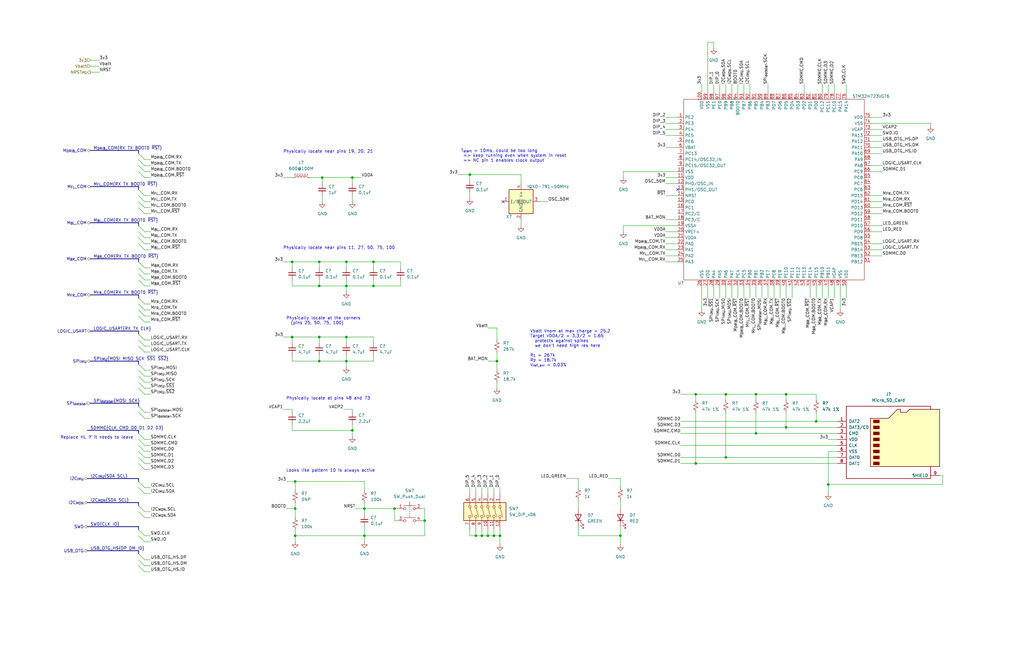
<source format=kicad_sch>
(kicad_sch (version 20210621) (generator eeschema)
  (paper "B")
  (lib_symbols
    (symbol "Connector:Micro_SD_Card" (pin_names (offset 1.016))
      (property "Reference" "J" (at -16.51 15.24 0))
      (property "Value" "Micro_SD_Card" (at 16.51 15.24 0))
      (symbol "Micro_SD_Card_1_1"
        (pin bidirectional line (at -22.86 7.62 0) (length 3.81) (name "DAT2") (number "1"))
        (pin bidirectional line (at -22.86 5.08 0) (length 3.81) (name "DAT3/CD") (number "2"))
        (pin input line (at -22.86 2.54 0) (length 3.81) (name "CMD") (number "3"))
        (pin power_in line (at -22.86 0 0) (length 3.81) (name "VDD") (number "4"))
        (pin input line (at -22.86 -2.54 0) (length 3.81) (name "CLK") (number "5"))
        (pin power_in line (at -22.86 -5.08 0) (length 3.81) (name "VSS") (number "6"))
        (pin bidirectional line (at -22.86 -7.62 0) (length 3.81) (name "DAT0") (number "7"))
        (pin bidirectional line (at -22.86 -10.16 0) (length 3.81) (name "DAT1") (number "8"))
        (pin passive line (at 20.32 -15.24 180) (length 3.81) (name "SHIELD") (number "9"))
      )
    )
    (symbol "Device:C_Small" (pin_numbers hide) (pin_names (offset 0.254) hide)
      (property "Reference" "C" (at 0.254 1.778 0))
      (property "Value" "C_Small" (at 0.254 -2.032 0))
      (symbol "C_Small_1_1"
        (pin passive line (at 0 2.54 270) (length 2.032) (name "~") (number "1"))
        (pin passive line (at 0 -2.54 90) (length 2.032) (name "~") (number "2"))
      )
    )
    (symbol "Device:LED" (pin_numbers hide) (pin_names (offset 1.016) hide)
      (property "Reference" "D" (at 0 2.54 0))
      (property "Value" "LED" (at 0 -2.54 0))
      (symbol "LED_1_1"
        (pin passive line (at -3.81 0 0) (length 2.54) (name "K") (number "1"))
        (pin passive line (at 3.81 0 180) (length 2.54) (name "A") (number "2"))
      )
    )
    (symbol "Device:L_Ferrite" (pin_numbers hide) (pin_names (offset 1.016) hide)
      (property "Reference" "L" (at -1.27 0 90))
      (property "Value" "L_Ferrite" (at 2.794 0 90))
      (symbol "L_Ferrite_1_1"
        (pin passive line (at 0 3.81 270) (length 1.27) (name "1") (number "1"))
        (pin passive line (at 0 -3.81 90) (length 1.27) (name "2") (number "2"))
      )
    )
    (symbol "Device:R_Small_US" (pin_numbers hide) (pin_names (offset 0.254) hide)
      (property "Reference" "R" (at 0.762 0.508 0))
      (property "Value" "R_Small_US" (at 0.762 -1.016 0))
      (symbol "R_Small_US_1_1"
        (pin passive line (at 0 2.54 270) (length 1.016) (name "~") (number "1"))
        (pin passive line (at 0 -2.54 90) (length 1.016) (name "~") (number "2"))
      )
    )
    (symbol "Switch:SW_DIP_x06" (pin_names (offset 0) hide)
      (property "Reference" "SW" (at 0 11.43 0))
      (property "Value" "SW_DIP_x06" (at 0 -8.89 0))
      (symbol "SW_DIP_x06_1_1"
        (pin passive line (at -7.62 7.62 0) (length 5.08) (name "~") (number "1"))
        (pin passive line (at 7.62 2.54 180) (length 5.08) (name "~") (number "10"))
        (pin passive line (at 7.62 5.08 180) (length 5.08) (name "~") (number "11"))
        (pin passive line (at 7.62 7.62 180) (length 5.08) (name "~") (number "12"))
        (pin passive line (at -7.62 5.08 0) (length 5.08) (name "~") (number "2"))
        (pin passive line (at -7.62 2.54 0) (length 5.08) (name "~") (number "3"))
        (pin passive line (at -7.62 0 0) (length 5.08) (name "~") (number "4"))
        (pin passive line (at -7.62 -2.54 0) (length 5.08) (name "~") (number "5"))
        (pin passive line (at -7.62 -5.08 0) (length 5.08) (name "~") (number "6"))
        (pin passive line (at 7.62 -5.08 180) (length 5.08) (name "~") (number "7"))
        (pin passive line (at 7.62 -2.54 180) (length 5.08) (name "~") (number "8"))
        (pin passive line (at 7.62 0 180) (length 5.08) (name "~") (number "9"))
      )
    )
    (symbol "Switch:SW_Push_Dual" (pin_names (offset 1.016) hide)
      (property "Reference" "SW" (at 1.27 2.54 0))
      (property "Value" "SW_Push_Dual" (at 0 -6.858 0))
      (symbol "SW_Push_Dual_0_1"
        (pin passive line (at -5.08 0 0) (length 2.54) (name "1") (number "1"))
        (pin passive line (at 5.08 0 180) (length 2.54) (name "2") (number "2"))
        (pin passive line (at -5.08 -5.08 0) (length 2.54) (name "3") (number "3"))
        (pin passive line (at 5.08 -5.08 180) (length 2.54) (name "4") (number "4"))
      )
    )
    (symbol "power:GND" (power) (pin_names (offset 0))
      (property "Value" "GND" (at 0 -3.81 0))
      (symbol "GND_1_1"
        (pin power_in line (at 0 0 270) (length 0) hide (name "GND") (number "1"))
      )
    )
    (symbol "st_microcontrollers:STM32H723VGT6"
      (property "Reference" "U" (at -38.1 -39.37 0))
      (property "Value" "STM32H723VGT6" (at 40.64 39.37 0))
      (symbol "STM32H723VGT6_1_1"
        (pin bidirectional line (at -40.64 30.48 0) (length 2.54) (name "PE2") (number "1"))
        (pin power_in line (at -40.64 7.62 0) (length 2.54) (name "VSS") (number "10"))
        (pin power_in line (at -30.48 40.64 270) (length 2.54) (name "VDD") (number "100"))
        (pin power_in line (at -40.64 5.08 0) (length 2.54) (name "VDD") (number "11"))
        (pin bidirectional line (at -40.64 2.54 0) (length 2.54) (name "PH0/OSC_IN") (number "12"))
        (pin bidirectional line (at -40.64 0 0) (length 2.54) (name "PH1/OSC_OUT") (number "13"))
        (pin input line (at -40.64 -2.54 0) (length 2.54) (name "NRST") (number "14"))
        (pin bidirectional line (at -40.64 -5.08 0) (length 2.54) (name "PC0") (number "15"))
        (pin bidirectional line (at -40.64 -7.62 0) (length 2.54) (name "PC1") (number "16"))
        (pin bidirectional line (at -40.64 -10.16 0) (length 2.54) (name "PC2/C") (number "17"))
        (pin bidirectional line (at -40.64 -12.7 0) (length 2.54) (name "PC3/C") (number "18"))
        (pin power_in line (at -40.64 -15.24 0) (length 2.54) (name "VSSA") (number "19"))
        (pin bidirectional line (at -40.64 27.94 0) (length 2.54) (name "PE3") (number "2"))
        (pin power_in line (at -40.64 -17.78 0) (length 2.54) (name "VREF+") (number "20"))
        (pin power_in line (at -40.64 -20.32 0) (length 2.54) (name "VDDA") (number "21"))
        (pin bidirectional line (at -40.64 -22.86 0) (length 2.54) (name "PA0") (number "22"))
        (pin bidirectional line (at -40.64 -25.4 0) (length 2.54) (name "PA1") (number "23"))
        (pin bidirectional line (at -40.64 -27.94 0) (length 2.54) (name "PA2") (number "24"))
        (pin bidirectional line (at -40.64 -30.48 0) (length 2.54) (name "PA3") (number "25"))
        (pin power_in line (at -30.48 -40.64 90) (length 2.54) (name "VSS") (number "26"))
        (pin power_in line (at -27.94 -40.64 90) (length 2.54) (name "VDD") (number "27"))
        (pin bidirectional line (at -25.4 -40.64 90) (length 2.54) (name "PA4") (number "28"))
        (pin bidirectional line (at -22.86 -40.64 90) (length 2.54) (name "PA5") (number "29"))
        (pin bidirectional line (at -40.64 25.4 0) (length 2.54) (name "PE4") (number "3"))
        (pin bidirectional line (at -20.32 -40.64 90) (length 2.54) (name "PA6") (number "30"))
        (pin bidirectional line (at -17.78 -40.64 90) (length 2.54) (name "PA7") (number "31"))
        (pin bidirectional line (at -15.24 -40.64 90) (length 2.54) (name "PC4") (number "32"))
        (pin bidirectional line (at -12.7 -40.64 90) (length 2.54) (name "PC5") (number "33"))
        (pin bidirectional line (at -10.16 -40.64 90) (length 2.54) (name "PB0") (number "34"))
        (pin bidirectional line (at -7.62 -40.64 90) (length 2.54) (name "PB1") (number "35"))
        (pin bidirectional line (at -5.08 -40.64 90) (length 2.54) (name "PB2") (number "36"))
        (pin bidirectional line (at -2.54 -40.64 90) (length 2.54) (name "PE7") (number "37"))
        (pin bidirectional line (at 0 -40.64 90) (length 2.54) (name "PE8") (number "38"))
        (pin bidirectional line (at 2.54 -40.64 90) (length 2.54) (name "PE9") (number "39"))
        (pin bidirectional line (at -40.64 22.86 0) (length 2.54) (name "PE5") (number "4"))
        (pin bidirectional line (at 5.08 -40.64 90) (length 2.54) (name "PE10") (number "40"))
        (pin bidirectional line (at 7.62 -40.64 90) (length 2.54) (name "PE11") (number "41"))
        (pin bidirectional line (at 10.16 -40.64 90) (length 2.54) (name "PE12") (number "42"))
        (pin bidirectional line (at 12.7 -40.64 90) (length 2.54) (name "PE13") (number "43"))
        (pin bidirectional line (at 15.24 -40.64 90) (length 2.54) (name "PE14") (number "44"))
        (pin bidirectional line (at 17.78 -40.64 90) (length 2.54) (name "PE15") (number "45"))
        (pin bidirectional line (at 20.32 -40.64 90) (length 2.54) (name "PB10") (number "46"))
        (pin bidirectional line (at 22.86 -40.64 90) (length 2.54) (name "PB11") (number "47"))
        (pin power_in line (at 25.4 -40.64 90) (length 2.54) (name "VCAP") (number "48"))
        (pin power_in line (at 27.94 -40.64 90) (length 2.54) (name "VSS") (number "49"))
        (pin bidirectional line (at -40.64 20.32 0) (length 2.54) (name "PE6") (number "5"))
        (pin power_in line (at 30.48 -40.64 90) (length 2.54) (name "VDD") (number "50"))
        (pin bidirectional line (at 40.64 -30.48 180) (length 2.54) (name "PB12") (number "51"))
        (pin bidirectional line (at 40.64 -27.94 180) (length 2.54) (name "PB13") (number "52"))
        (pin bidirectional line (at 40.64 -25.4 180) (length 2.54) (name "PB14") (number "53"))
        (pin bidirectional line (at 40.64 -22.86 180) (length 2.54) (name "PB15") (number "54"))
        (pin bidirectional line (at 40.64 -20.32 180) (length 2.54) (name "PD8") (number "55"))
        (pin bidirectional line (at 40.64 -17.78 180) (length 2.54) (name "PD9") (number "56"))
        (pin bidirectional line (at 40.64 -15.24 180) (length 2.54) (name "PD10") (number "57"))
        (pin bidirectional line (at 40.64 -12.7 180) (length 2.54) (name "PD11") (number "58"))
        (pin bidirectional line (at 40.64 -10.16 180) (length 2.54) (name "PD12") (number "59"))
        (pin power_in line (at -40.64 17.78 0) (length 2.54) (name "VBAT") (number "6"))
        (pin bidirectional line (at 40.64 -7.62 180) (length 2.54) (name "PD13") (number "60"))
        (pin bidirectional line (at 40.64 -5.08 180) (length 2.54) (name "PD14") (number "61"))
        (pin bidirectional line (at 40.64 -2.54 180) (length 2.54) (name "PD15") (number "62"))
        (pin bidirectional line (at 40.64 0 180) (length 2.54) (name "PC6") (number "63"))
        (pin bidirectional line (at 40.64 2.54 180) (length 2.54) (name "PC7") (number "64"))
        (pin bidirectional line (at 40.64 5.08 180) (length 2.54) (name "PC8") (number "65"))
        (pin bidirectional line (at 40.64 7.62 180) (length 2.54) (name "PC9") (number "66"))
        (pin bidirectional line (at 40.64 10.16 180) (length 2.54) (name "PA8") (number "67"))
        (pin bidirectional line (at 40.64 12.7 180) (length 2.54) (name "PA9") (number "68"))
        (pin bidirectional line (at 40.64 15.24 180) (length 2.54) (name "PA10") (number "69"))
        (pin bidirectional line (at -40.64 15.24 0) (length 2.54) (name "PC13") (number "7"))
        (pin bidirectional line (at 40.64 17.78 180) (length 2.54) (name "PA11") (number "70"))
        (pin bidirectional line (at 40.64 20.32 180) (length 2.54) (name "PA12") (number "71"))
        (pin bidirectional line (at 40.64 22.86 180) (length 2.54) (name "PA13") (number "72"))
        (pin power_in line (at 40.64 25.4 180) (length 2.54) (name "VCAP") (number "73"))
        (pin power_in line (at 40.64 27.94 180) (length 2.54) (name "VSS") (number "74"))
        (pin power_in line (at 40.64 30.48 180) (length 2.54) (name "VDD") (number "75"))
        (pin bidirectional line (at 30.48 40.64 270) (length 2.54) (name "PA14") (number "76"))
        (pin bidirectional line (at 27.94 40.64 270) (length 2.54) (name "PA15") (number "77"))
        (pin bidirectional line (at 25.4 40.64 270) (length 2.54) (name "PC10") (number "78"))
        (pin bidirectional line (at 22.86 40.64 270) (length 2.54) (name "PC11") (number "79"))
        (pin bidirectional line (at -40.64 12.7 0) (length 2.54) (name "PC14/OSC32_IN") (number "8"))
        (pin bidirectional line (at 20.32 40.64 270) (length 2.54) (name "PC12") (number "80"))
        (pin bidirectional line (at 17.78 40.64 270) (length 2.54) (name "PD0") (number "81"))
        (pin bidirectional line (at 15.24 40.64 270) (length 2.54) (name "PD1") (number "82"))
        (pin bidirectional line (at 12.7 40.64 270) (length 2.54) (name "PD2") (number "83"))
        (pin bidirectional line (at 10.16 40.64 270) (length 2.54) (name "PD3") (number "84"))
        (pin bidirectional line (at 7.62 40.64 270) (length 2.54) (name "PD4") (number "85"))
        (pin bidirectional line (at 5.08 40.64 270) (length 2.54) (name "PD5") (number "86"))
        (pin bidirectional line (at 2.54 40.64 270) (length 2.54) (name "PD6") (number "87"))
        (pin bidirectional line (at 0 40.64 270) (length 2.54) (name "PD7") (number "88"))
        (pin bidirectional line (at -2.54 40.64 270) (length 2.54) (name "PB3") (number "89"))
        (pin bidirectional line (at -40.64 10.16 0) (length 2.54) (name "PC15/OSC32_OUT") (number "9"))
        (pin bidirectional line (at -5.08 40.64 270) (length 2.54) (name "PB4") (number "90"))
        (pin bidirectional line (at -7.62 40.64 270) (length 2.54) (name "PB5") (number "91"))
        (pin bidirectional line (at -10.16 40.64 270) (length 2.54) (name "PB6") (number "92"))
        (pin bidirectional line (at -12.7 40.64 270) (length 2.54) (name "PB7") (number "93"))
        (pin input line (at -15.24 40.64 270) (length 2.54) (name "BOOT0") (number "94"))
        (pin bidirectional line (at -17.78 40.64 270) (length 2.54) (name "PB8") (number "95"))
        (pin bidirectional line (at -20.32 40.64 270) (length 2.54) (name "PB9") (number "96"))
        (pin bidirectional line (at -22.86 40.64 270) (length 2.54) (name "PE0") (number "97"))
        (pin bidirectional line (at -25.4 40.64 270) (length 2.54) (name "PE1") (number "98"))
        (pin power_in line (at -27.94 40.64 270) (length 2.54) (name "VSS") (number "99"))
      )
    )
    (symbol "wurth_elektronik:IQXO-791"
      (property "Reference" "X" (at -5.08 -6.35 0))
      (property "Value" "IQXO-791" (at 6.35 6.35 0))
      (symbol "IQXO-791_1_1"
        (pin input line (at -7.62 0 0) (length 2.54) (name "E/B") (number "1"))
        (pin power_in line (at 0 -7.62 90) (length 2.54) (name "GND") (number "2"))
        (pin output line (at 7.62 0 180) (length 2.54) (name "OUT") (number "3"))
        (pin power_in line (at 0 7.62 270) (length 2.54) (name "V+") (number "4"))
      )
    )
  )
  (junction (at 123.19 110.49) (diameter 0.9144))
  (junction (at 123.19 142.24) (diameter 0.9144))
  (junction (at 124.46 203.2) (diameter 0.9144))
  (junction (at 124.46 214.63) (diameter 0.9144))
  (junction (at 124.46 226.06) (diameter 0.9144))
  (junction (at 134.62 110.49) (diameter 0.9144))
  (junction (at 134.62 120.65) (diameter 0.9144))
  (junction (at 134.62 142.24) (diameter 0.9144))
  (junction (at 134.62 152.4) (diameter 0.9144))
  (junction (at 135.89 74.93) (diameter 0.9144))
  (junction (at 146.05 110.49) (diameter 0.9144))
  (junction (at 146.05 120.65) (diameter 0.9144))
  (junction (at 146.05 142.24) (diameter 0.9144))
  (junction (at 146.05 152.4) (diameter 0.9144))
  (junction (at 148.59 74.93) (diameter 0.9144))
  (junction (at 148.59 181.61) (diameter 0.9144))
  (junction (at 153.67 214.63) (diameter 0.9144))
  (junction (at 153.67 226.06) (diameter 0.9144))
  (junction (at 157.48 110.49) (diameter 0.9144))
  (junction (at 157.48 120.65) (diameter 0.9144))
  (junction (at 166.37 214.63) (diameter 0.9144))
  (junction (at 179.07 219.71) (diameter 0.9144))
  (junction (at 198.12 73.66) (diameter 0.9144))
  (junction (at 200.66 226.06) (diameter 0.9144))
  (junction (at 203.2 226.06) (diameter 0.9144))
  (junction (at 205.74 226.06) (diameter 0.9144))
  (junction (at 208.28 226.06) (diameter 0.9144))
  (junction (at 209.55 152.4) (diameter 0.9144))
  (junction (at 210.82 226.06) (diameter 0.9144))
  (junction (at 261.62 226.06) (diameter 0.9144))
  (junction (at 293.37 166.37) (diameter 0.9144))
  (junction (at 293.37 195.58) (diameter 0.9144))
  (junction (at 306.07 166.37) (diameter 0.9144))
  (junction (at 306.07 193.04) (diameter 0.9144))
  (junction (at 318.77 166.37) (diameter 0.9144))
  (junction (at 318.77 182.88) (diameter 0.9144))
  (junction (at 331.47 166.37) (diameter 0.9144))
  (junction (at 331.47 180.34) (diameter 0.9144))
  (junction (at 344.17 177.8) (diameter 0.9144))
  (junction (at 349.25 204.47) (diameter 0.9144))
  (no_connect (at 212.09 85.09))
  (no_connect (at 285.75 80.01))
  (bus_entry (at 58.42 64.77) (size 2.54 2.54))
  (bus_entry (at 58.42 67.31) (size 2.54 2.54))
  (bus_entry (at 58.42 69.85) (size 2.54 2.54))
  (bus_entry (at 58.42 72.39) (size 2.54 2.54))
  (bus_entry (at 58.42 80.01) (size 2.54 2.54))
  (bus_entry (at 58.42 82.55) (size 2.54 2.54))
  (bus_entry (at 58.42 85.09) (size 2.54 2.54))
  (bus_entry (at 58.42 87.63) (size 2.54 2.54))
  (bus_entry (at 58.42 95.25) (size 2.54 2.54))
  (bus_entry (at 58.42 97.79) (size 2.54 2.54))
  (bus_entry (at 58.42 100.33) (size 2.54 2.54))
  (bus_entry (at 58.42 102.87) (size 2.54 2.54))
  (bus_entry (at 58.42 110.49) (size 2.54 2.54))
  (bus_entry (at 58.42 113.03) (size 2.54 2.54))
  (bus_entry (at 58.42 115.57) (size 2.54 2.54))
  (bus_entry (at 58.42 118.11) (size 2.54 2.54))
  (bus_entry (at 58.42 125.73) (size 2.54 2.54))
  (bus_entry (at 58.42 128.27) (size 2.54 2.54))
  (bus_entry (at 58.42 130.81) (size 2.54 2.54))
  (bus_entry (at 58.42 133.35) (size 2.54 2.54))
  (bus_entry (at 58.42 140.97) (size 2.54 2.54))
  (bus_entry (at 58.42 143.51) (size 2.54 2.54))
  (bus_entry (at 58.42 146.05) (size 2.54 2.54))
  (bus_entry (at 58.42 153.67) (size 2.54 2.54))
  (bus_entry (at 58.42 156.21) (size 2.54 2.54))
  (bus_entry (at 58.42 158.75) (size 2.54 2.54))
  (bus_entry (at 58.42 161.29) (size 2.54 2.54))
  (bus_entry (at 58.42 163.83) (size 2.54 2.54))
  (bus_entry (at 58.42 171.45) (size 2.54 2.54))
  (bus_entry (at 58.42 173.99) (size 2.54 2.54))
  (bus_entry (at 58.42 182.88) (size 2.54 2.54))
  (bus_entry (at 58.42 185.42) (size 2.54 2.54))
  (bus_entry (at 58.42 187.96) (size 2.54 2.54))
  (bus_entry (at 58.42 190.5) (size 2.54 2.54))
  (bus_entry (at 58.42 193.04) (size 2.54 2.54))
  (bus_entry (at 58.42 195.58) (size 2.54 2.54))
  (bus_entry (at 58.42 203.2) (size 2.54 2.54))
  (bus_entry (at 58.42 205.74) (size 2.54 2.54))
  (bus_entry (at 58.42 213.36) (size 2.54 2.54))
  (bus_entry (at 58.42 215.9) (size 2.54 2.54))
  (bus_entry (at 58.42 223.52) (size 2.54 2.54))
  (bus_entry (at 58.42 226.06) (size 2.54 2.54))
  (bus_entry (at 58.42 233.68) (size 2.54 2.54))
  (bus_entry (at 58.42 236.22) (size 2.54 2.54))
  (bus_entry (at 58.42 238.76) (size 2.54 2.54))
  (wire (pts (xy 38.1 25.4) (xy 41.91 25.4)))
  (wire (pts (xy 38.1 27.94) (xy 41.91 27.94)))
  (wire (pts (xy 38.1 30.48) (xy 41.91 30.48)))
  (wire (pts (xy 60.96 67.31) (xy 63.5 67.31)))
  (wire (pts (xy 60.96 69.85) (xy 63.5 69.85)))
  (wire (pts (xy 60.96 72.39) (xy 63.5 72.39)))
  (wire (pts (xy 60.96 74.93) (xy 63.5 74.93)))
  (wire (pts (xy 60.96 82.55) (xy 63.5 82.55)))
  (wire (pts (xy 60.96 85.09) (xy 63.5 85.09)))
  (wire (pts (xy 60.96 87.63) (xy 63.5 87.63)))
  (wire (pts (xy 60.96 90.17) (xy 63.5 90.17)))
  (wire (pts (xy 60.96 97.79) (xy 63.5 97.79)))
  (wire (pts (xy 60.96 100.33) (xy 63.5 100.33)))
  (wire (pts (xy 60.96 102.87) (xy 63.5 102.87)))
  (wire (pts (xy 60.96 105.41) (xy 63.5 105.41)))
  (wire (pts (xy 60.96 113.03) (xy 63.5 113.03)))
  (wire (pts (xy 60.96 115.57) (xy 63.5 115.57)))
  (wire (pts (xy 60.96 118.11) (xy 63.5 118.11)))
  (wire (pts (xy 60.96 120.65) (xy 63.5 120.65)))
  (wire (pts (xy 60.96 128.27) (xy 63.5 128.27)))
  (wire (pts (xy 60.96 130.81) (xy 63.5 130.81)))
  (wire (pts (xy 60.96 133.35) (xy 63.5 133.35)))
  (wire (pts (xy 60.96 135.89) (xy 63.5 135.89)))
  (wire (pts (xy 60.96 143.51) (xy 63.5 143.51)))
  (wire (pts (xy 60.96 146.05) (xy 63.5 146.05)))
  (wire (pts (xy 60.96 148.59) (xy 63.5 148.59)))
  (wire (pts (xy 60.96 156.21) (xy 63.5 156.21)))
  (wire (pts (xy 60.96 158.75) (xy 63.5 158.75)))
  (wire (pts (xy 60.96 161.29) (xy 63.5 161.29)))
  (wire (pts (xy 60.96 163.83) (xy 63.5 163.83)))
  (wire (pts (xy 60.96 166.37) (xy 63.5 166.37)))
  (wire (pts (xy 60.96 173.99) (xy 63.5 173.99)))
  (wire (pts (xy 60.96 176.53) (xy 63.5 176.53)))
  (wire (pts (xy 60.96 185.42) (xy 63.5 185.42)))
  (wire (pts (xy 60.96 187.96) (xy 63.5 187.96)))
  (wire (pts (xy 60.96 190.5) (xy 63.5 190.5)))
  (wire (pts (xy 60.96 193.04) (xy 63.5 193.04)))
  (wire (pts (xy 60.96 195.58) (xy 63.5 195.58)))
  (wire (pts (xy 60.96 198.12) (xy 63.5 198.12)))
  (wire (pts (xy 60.96 205.74) (xy 63.5 205.74)))
  (wire (pts (xy 60.96 208.28) (xy 63.5 208.28)))
  (wire (pts (xy 60.96 215.9) (xy 63.5 215.9)))
  (wire (pts (xy 60.96 218.44) (xy 63.5 218.44)))
  (wire (pts (xy 60.96 226.06) (xy 63.5 226.06)))
  (wire (pts (xy 60.96 228.6) (xy 63.5 228.6)))
  (wire (pts (xy 60.96 236.22) (xy 63.5 236.22)))
  (wire (pts (xy 60.96 238.76) (xy 63.5 238.76)))
  (wire (pts (xy 60.96 241.3) (xy 63.5 241.3)))
  (wire (pts (xy 119.38 74.93) (xy 123.19 74.93)))
  (wire (pts (xy 119.38 110.49) (xy 123.19 110.49)))
  (wire (pts (xy 119.38 142.24) (xy 123.19 142.24)))
  (wire (pts (xy 119.38 172.72) (xy 123.19 172.72)))
  (wire (pts (xy 120.65 203.2) (xy 124.46 203.2)))
  (wire (pts (xy 120.65 214.63) (xy 124.46 214.63)))
  (wire (pts (xy 123.19 110.49) (xy 123.19 113.03)))
  (wire (pts (xy 123.19 110.49) (xy 134.62 110.49)))
  (wire (pts (xy 123.19 118.11) (xy 123.19 120.65)))
  (wire (pts (xy 123.19 120.65) (xy 134.62 120.65)))
  (wire (pts (xy 123.19 142.24) (xy 123.19 144.78)))
  (wire (pts (xy 123.19 142.24) (xy 134.62 142.24)))
  (wire (pts (xy 123.19 149.86) (xy 123.19 152.4)))
  (wire (pts (xy 123.19 152.4) (xy 134.62 152.4)))
  (wire (pts (xy 123.19 172.72) (xy 123.19 173.99)))
  (wire (pts (xy 123.19 179.07) (xy 123.19 181.61)))
  (wire (pts (xy 123.19 181.61) (xy 148.59 181.61)))
  (wire (pts (xy 124.46 203.2) (xy 124.46 207.01)))
  (wire (pts (xy 124.46 203.2) (xy 153.67 203.2)))
  (wire (pts (xy 124.46 212.09) (xy 124.46 214.63)))
  (wire (pts (xy 124.46 214.63) (xy 124.46 218.44)))
  (wire (pts (xy 124.46 223.52) (xy 124.46 226.06)))
  (wire (pts (xy 124.46 226.06) (xy 124.46 228.6)))
  (wire (pts (xy 124.46 226.06) (xy 153.67 226.06)))
  (wire (pts (xy 130.81 74.93) (xy 135.89 74.93)))
  (wire (pts (xy 134.62 110.49) (xy 134.62 113.03)))
  (wire (pts (xy 134.62 110.49) (xy 146.05 110.49)))
  (wire (pts (xy 134.62 118.11) (xy 134.62 120.65)))
  (wire (pts (xy 134.62 120.65) (xy 146.05 120.65)))
  (wire (pts (xy 134.62 142.24) (xy 134.62 144.78)))
  (wire (pts (xy 134.62 142.24) (xy 146.05 142.24)))
  (wire (pts (xy 134.62 149.86) (xy 134.62 152.4)))
  (wire (pts (xy 134.62 152.4) (xy 146.05 152.4)))
  (wire (pts (xy 135.89 74.93) (xy 135.89 77.47)))
  (wire (pts (xy 135.89 74.93) (xy 148.59 74.93)))
  (wire (pts (xy 135.89 82.55) (xy 135.89 85.09)))
  (wire (pts (xy 144.78 172.72) (xy 148.59 172.72)))
  (wire (pts (xy 146.05 110.49) (xy 146.05 113.03)))
  (wire (pts (xy 146.05 110.49) (xy 157.48 110.49)))
  (wire (pts (xy 146.05 118.11) (xy 146.05 120.65)))
  (wire (pts (xy 146.05 120.65) (xy 146.05 123.19)))
  (wire (pts (xy 146.05 120.65) (xy 157.48 120.65)))
  (wire (pts (xy 146.05 142.24) (xy 146.05 144.78)))
  (wire (pts (xy 146.05 142.24) (xy 157.48 142.24)))
  (wire (pts (xy 146.05 149.86) (xy 146.05 152.4)))
  (wire (pts (xy 146.05 152.4) (xy 146.05 154.94)))
  (wire (pts (xy 146.05 152.4) (xy 157.48 152.4)))
  (wire (pts (xy 148.59 74.93) (xy 148.59 77.47)))
  (wire (pts (xy 148.59 74.93) (xy 152.4 74.93)))
  (wire (pts (xy 148.59 82.55) (xy 148.59 85.09)))
  (wire (pts (xy 148.59 172.72) (xy 148.59 173.99)))
  (wire (pts (xy 148.59 181.61) (xy 148.59 179.07)))
  (wire (pts (xy 148.59 181.61) (xy 148.59 184.15)))
  (wire (pts (xy 149.86 214.63) (xy 153.67 214.63)))
  (wire (pts (xy 153.67 203.2) (xy 153.67 207.01)))
  (wire (pts (xy 153.67 214.63) (xy 153.67 212.09)))
  (wire (pts (xy 153.67 214.63) (xy 153.67 217.17)))
  (wire (pts (xy 153.67 214.63) (xy 166.37 214.63)))
  (wire (pts (xy 153.67 222.25) (xy 153.67 226.06)))
  (wire (pts (xy 153.67 226.06) (xy 153.67 228.6)))
  (wire (pts (xy 157.48 110.49) (xy 157.48 113.03)))
  (wire (pts (xy 157.48 110.49) (xy 168.91 110.49)))
  (wire (pts (xy 157.48 118.11) (xy 157.48 120.65)))
  (wire (pts (xy 157.48 120.65) (xy 168.91 120.65)))
  (wire (pts (xy 157.48 142.24) (xy 157.48 144.78)))
  (wire (pts (xy 157.48 149.86) (xy 157.48 152.4)))
  (wire (pts (xy 166.37 214.63) (xy 167.64 214.63)))
  (wire (pts (xy 166.37 219.71) (xy 166.37 214.63)))
  (wire (pts (xy 167.64 219.71) (xy 166.37 219.71)))
  (wire (pts (xy 168.91 110.49) (xy 168.91 113.03)))
  (wire (pts (xy 168.91 120.65) (xy 168.91 118.11)))
  (wire (pts (xy 177.8 214.63) (xy 179.07 214.63)))
  (wire (pts (xy 177.8 219.71) (xy 179.07 219.71)))
  (wire (pts (xy 179.07 214.63) (xy 179.07 219.71)))
  (wire (pts (xy 179.07 219.71) (xy 179.07 226.06)))
  (wire (pts (xy 179.07 226.06) (xy 153.67 226.06)))
  (wire (pts (xy 198.12 73.66) (xy 193.04 73.66)))
  (wire (pts (xy 198.12 73.66) (xy 198.12 76.2)))
  (wire (pts (xy 198.12 73.66) (xy 219.71 73.66)))
  (wire (pts (xy 198.12 81.28) (xy 198.12 83.82)))
  (wire (pts (xy 198.12 205.74) (xy 198.12 208.28)))
  (wire (pts (xy 198.12 223.52) (xy 198.12 226.06)))
  (wire (pts (xy 198.12 226.06) (xy 200.66 226.06)))
  (wire (pts (xy 200.66 205.74) (xy 200.66 208.28)))
  (wire (pts (xy 200.66 223.52) (xy 200.66 226.06)))
  (wire (pts (xy 200.66 226.06) (xy 203.2 226.06)))
  (wire (pts (xy 203.2 205.74) (xy 203.2 208.28)))
  (wire (pts (xy 203.2 223.52) (xy 203.2 226.06)))
  (wire (pts (xy 203.2 226.06) (xy 205.74 226.06)))
  (wire (pts (xy 205.74 138.43) (xy 209.55 138.43)))
  (wire (pts (xy 205.74 152.4) (xy 209.55 152.4)))
  (wire (pts (xy 205.74 205.74) (xy 205.74 208.28)))
  (wire (pts (xy 205.74 223.52) (xy 205.74 226.06)))
  (wire (pts (xy 205.74 226.06) (xy 208.28 226.06)))
  (wire (pts (xy 208.28 205.74) (xy 208.28 208.28)))
  (wire (pts (xy 208.28 223.52) (xy 208.28 226.06)))
  (wire (pts (xy 208.28 226.06) (xy 210.82 226.06)))
  (wire (pts (xy 209.55 138.43) (xy 209.55 143.51)))
  (wire (pts (xy 209.55 148.59) (xy 209.55 152.4)))
  (wire (pts (xy 209.55 152.4) (xy 209.55 156.21)))
  (wire (pts (xy 209.55 161.29) (xy 209.55 163.83)))
  (wire (pts (xy 210.82 205.74) (xy 210.82 208.28)))
  (wire (pts (xy 210.82 223.52) (xy 210.82 226.06)))
  (wire (pts (xy 210.82 226.06) (xy 210.82 229.87)))
  (wire (pts (xy 219.71 77.47) (xy 219.71 73.66)))
  (wire (pts (xy 219.71 92.71) (xy 219.71 95.25)))
  (wire (pts (xy 227.33 85.09) (xy 231.14 85.09)))
  (wire (pts (xy 238.76 201.93) (xy 243.84 201.93)))
  (wire (pts (xy 243.84 201.93) (xy 243.84 205.74)))
  (wire (pts (xy 243.84 210.82) (xy 243.84 214.63)))
  (wire (pts (xy 243.84 226.06) (xy 243.84 222.25)))
  (wire (pts (xy 256.54 201.93) (xy 261.62 201.93)))
  (wire (pts (xy 261.62 201.93) (xy 261.62 205.74)))
  (wire (pts (xy 261.62 210.82) (xy 261.62 214.63)))
  (wire (pts (xy 261.62 222.25) (xy 261.62 226.06)))
  (wire (pts (xy 261.62 226.06) (xy 243.84 226.06)))
  (wire (pts (xy 261.62 226.06) (xy 261.62 229.87)))
  (wire (pts (xy 262.89 72.39) (xy 262.89 74.93)))
  (wire (pts (xy 262.89 95.25) (xy 262.89 97.79)))
  (wire (pts (xy 262.89 95.25) (xy 285.75 95.25)))
  (wire (pts (xy 280.67 49.53) (xy 285.75 49.53)))
  (wire (pts (xy 280.67 52.07) (xy 285.75 52.07)))
  (wire (pts (xy 280.67 54.61) (xy 285.75 54.61)))
  (wire (pts (xy 280.67 57.15) (xy 285.75 57.15)))
  (wire (pts (xy 280.67 62.23) (xy 285.75 62.23)))
  (wire (pts (xy 280.67 74.93) (xy 285.75 74.93)))
  (wire (pts (xy 280.67 77.47) (xy 285.75 77.47)))
  (wire (pts (xy 280.67 82.55) (xy 285.75 82.55)))
  (wire (pts (xy 280.67 92.71) (xy 285.75 92.71)))
  (wire (pts (xy 280.67 97.79) (xy 285.75 97.79)))
  (wire (pts (xy 280.67 100.33) (xy 285.75 100.33)))
  (wire (pts (xy 280.67 102.87) (xy 285.75 102.87)))
  (wire (pts (xy 280.67 105.41) (xy 285.75 105.41)))
  (wire (pts (xy 280.67 107.95) (xy 285.75 107.95)))
  (wire (pts (xy 280.67 110.49) (xy 285.75 110.49)))
  (wire (pts (xy 285.75 72.39) (xy 262.89 72.39)))
  (wire (pts (xy 287.02 166.37) (xy 293.37 166.37)))
  (wire (pts (xy 287.02 177.8) (xy 344.17 177.8)))
  (wire (pts (xy 287.02 180.34) (xy 331.47 180.34)))
  (wire (pts (xy 287.02 182.88) (xy 318.77 182.88)))
  (wire (pts (xy 287.02 187.96) (xy 353.06 187.96)))
  (wire (pts (xy 287.02 193.04) (xy 306.07 193.04)))
  (wire (pts (xy 287.02 195.58) (xy 293.37 195.58)))
  (wire (pts (xy 293.37 166.37) (xy 306.07 166.37)))
  (wire (pts (xy 293.37 168.91) (xy 293.37 166.37)))
  (wire (pts (xy 293.37 173.99) (xy 293.37 195.58)))
  (wire (pts (xy 293.37 195.58) (xy 353.06 195.58)))
  (wire (pts (xy 295.91 35.56) (xy 295.91 39.37)))
  (wire (pts (xy 295.91 120.65) (xy 295.91 130.81)))
  (wire (pts (xy 298.45 17.78) (xy 300.99 17.78)))
  (wire (pts (xy 298.45 39.37) (xy 298.45 17.78)))
  (wire (pts (xy 298.45 120.65) (xy 298.45 125.73)))
  (wire (pts (xy 300.99 17.78) (xy 300.99 20.32)))
  (wire (pts (xy 300.99 35.56) (xy 300.99 39.37)))
  (wire (pts (xy 300.99 120.65) (xy 300.99 125.73)))
  (wire (pts (xy 303.53 35.56) (xy 303.53 39.37)))
  (wire (pts (xy 303.53 120.65) (xy 303.53 125.73)))
  (wire (pts (xy 306.07 35.56) (xy 306.07 39.37)))
  (wire (pts (xy 306.07 120.65) (xy 306.07 125.73)))
  (wire (pts (xy 306.07 166.37) (xy 306.07 168.91)))
  (wire (pts (xy 306.07 166.37) (xy 318.77 166.37)))
  (wire (pts (xy 306.07 173.99) (xy 306.07 193.04)))
  (wire (pts (xy 306.07 193.04) (xy 353.06 193.04)))
  (wire (pts (xy 308.61 35.56) (xy 308.61 39.37)))
  (wire (pts (xy 308.61 120.65) (xy 308.61 125.73)))
  (wire (pts (xy 311.15 35.56) (xy 311.15 39.37)))
  (wire (pts (xy 311.15 120.65) (xy 311.15 125.73)))
  (wire (pts (xy 313.69 35.56) (xy 313.69 39.37)))
  (wire (pts (xy 313.69 120.65) (xy 313.69 125.73)))
  (wire (pts (xy 316.23 35.56) (xy 316.23 39.37)))
  (wire (pts (xy 316.23 120.65) (xy 316.23 125.73)))
  (wire (pts (xy 318.77 120.65) (xy 318.77 125.73)))
  (wire (pts (xy 318.77 166.37) (xy 318.77 168.91)))
  (wire (pts (xy 318.77 166.37) (xy 331.47 166.37)))
  (wire (pts (xy 318.77 173.99) (xy 318.77 182.88)))
  (wire (pts (xy 318.77 182.88) (xy 353.06 182.88)))
  (wire (pts (xy 321.31 120.65) (xy 321.31 125.73)))
  (wire (pts (xy 323.85 35.56) (xy 323.85 39.37)))
  (wire (pts (xy 323.85 120.65) (xy 323.85 125.73)))
  (wire (pts (xy 326.39 120.65) (xy 326.39 125.73)))
  (wire (pts (xy 328.93 120.65) (xy 328.93 125.73)))
  (wire (pts (xy 331.47 120.65) (xy 331.47 125.73)))
  (wire (pts (xy 331.47 166.37) (xy 331.47 168.91)))
  (wire (pts (xy 331.47 166.37) (xy 344.17 166.37)))
  (wire (pts (xy 331.47 173.99) (xy 331.47 180.34)))
  (wire (pts (xy 331.47 180.34) (xy 353.06 180.34)))
  (wire (pts (xy 334.01 120.65) (xy 334.01 125.73)))
  (wire (pts (xy 339.09 35.56) (xy 339.09 39.37)))
  (wire (pts (xy 341.63 120.65) (xy 341.63 125.73)))
  (wire (pts (xy 344.17 120.65) (xy 344.17 125.73)))
  (wire (pts (xy 344.17 166.37) (xy 344.17 168.91)))
  (wire (pts (xy 344.17 173.99) (xy 344.17 177.8)))
  (wire (pts (xy 344.17 177.8) (xy 353.06 177.8)))
  (wire (pts (xy 346.71 35.56) (xy 346.71 39.37)))
  (wire (pts (xy 346.71 120.65) (xy 346.71 125.73)))
  (wire (pts (xy 349.25 35.56) (xy 349.25 39.37)))
  (wire (pts (xy 349.25 120.65) (xy 349.25 125.73)))
  (wire (pts (xy 349.25 185.42) (xy 353.06 185.42)))
  (wire (pts (xy 349.25 190.5) (xy 349.25 204.47)))
  (wire (pts (xy 349.25 204.47) (xy 349.25 208.28)))
  (wire (pts (xy 349.25 204.47) (xy 397.51 204.47)))
  (wire (pts (xy 351.79 35.56) (xy 351.79 39.37)))
  (wire (pts (xy 351.79 120.65) (xy 351.79 125.73)))
  (wire (pts (xy 353.06 190.5) (xy 349.25 190.5)))
  (wire (pts (xy 354.33 120.65) (xy 354.33 130.81)))
  (wire (pts (xy 356.87 35.56) (xy 356.87 39.37)))
  (wire (pts (xy 356.87 120.65) (xy 356.87 125.73)))
  (wire (pts (xy 367.03 49.53) (xy 372.11 49.53)))
  (wire (pts (xy 367.03 52.07) (xy 392.43 52.07)))
  (wire (pts (xy 367.03 54.61) (xy 372.11 54.61)))
  (wire (pts (xy 367.03 57.15) (xy 372.11 57.15)))
  (wire (pts (xy 367.03 59.69) (xy 372.11 59.69)))
  (wire (pts (xy 367.03 62.23) (xy 372.11 62.23)))
  (wire (pts (xy 367.03 64.77) (xy 372.11 64.77)))
  (wire (pts (xy 367.03 69.85) (xy 372.11 69.85)))
  (wire (pts (xy 367.03 72.39) (xy 372.11 72.39)))
  (wire (pts (xy 367.03 82.55) (xy 372.11 82.55)))
  (wire (pts (xy 367.03 85.09) (xy 372.11 85.09)))
  (wire (pts (xy 367.03 87.63) (xy 372.11 87.63)))
  (wire (pts (xy 367.03 90.17) (xy 372.11 90.17)))
  (wire (pts (xy 367.03 95.25) (xy 372.11 95.25)))
  (wire (pts (xy 367.03 97.79) (xy 372.11 97.79)))
  (wire (pts (xy 367.03 102.87) (xy 372.11 102.87)))
  (wire (pts (xy 367.03 105.41) (xy 372.11 105.41)))
  (wire (pts (xy 367.03 107.95) (xy 372.11 107.95)))
  (wire (pts (xy 392.43 52.07) (xy 392.43 53.34)))
  (wire (pts (xy 396.24 200.66) (xy 397.51 200.66)))
  (wire (pts (xy 397.51 200.66) (xy 397.51 204.47)))
  (bus (pts (xy 36.83 181.61) (xy 58.42 181.61)))
  (bus (pts (xy 36.83 201.93) (xy 58.42 201.93)))
  (bus (pts (xy 36.83 212.09) (xy 58.42 212.09)))
  (bus (pts (xy 36.83 222.25) (xy 58.42 222.25)))
  (bus (pts (xy 36.83 232.41) (xy 58.42 232.41)))
  (bus (pts (xy 38.1 63.5) (xy 58.42 63.5)))
  (bus (pts (xy 38.1 78.74) (xy 58.42 78.74)))
  (bus (pts (xy 38.1 93.98) (xy 58.42 93.98)))
  (bus (pts (xy 38.1 109.22) (xy 58.42 109.22)))
  (bus (pts (xy 38.1 124.46) (xy 58.42 124.46)))
  (bus (pts (xy 38.1 139.7) (xy 58.42 139.7)))
  (bus (pts (xy 38.1 152.4) (xy 58.42 152.4)))
  (bus (pts (xy 38.1 170.18) (xy 58.42 170.18)))
  (bus (pts (xy 58.42 63.5) (xy 58.42 72.39)))
  (bus (pts (xy 58.42 78.74) (xy 58.42 87.63)))
  (bus (pts (xy 58.42 93.98) (xy 58.42 102.87)))
  (bus (pts (xy 58.42 109.22) (xy 58.42 118.11)))
  (bus (pts (xy 58.42 124.46) (xy 58.42 133.35)))
  (bus (pts (xy 58.42 139.7) (xy 58.42 146.05)))
  (bus (pts (xy 58.42 152.4) (xy 58.42 163.83)))
  (bus (pts (xy 58.42 170.18) (xy 58.42 173.99)))
  (bus (pts (xy 58.42 181.61) (xy 58.42 195.58)))
  (bus (pts (xy 58.42 201.93) (xy 58.42 205.74)))
  (bus (pts (xy 58.42 212.09) (xy 58.42 215.9)))
  (bus (pts (xy 58.42 222.25) (xy 58.42 226.06)))
  (bus (pts (xy 58.42 232.41) (xy 58.42 238.76)))
  (text "Replace HL if it needs to leave" (at 25.4 185.42 0) (effects (font (size 1.27 1.27)) (justify left bottom)))
  (text "Physically locate near pins 19, 20, 21 " (at 119.38 64.77 0) (effects (font (size 1.27 1.27)) (justify left bottom)))
  (text "Physically locate near pins 11, 27, 50, 75, 100" (at 119.38 105.41 0) (effects (font (size 1.27 1.27)) (justify left bottom)))
  (text "Physically locate at the corners\n  (pins 25, 50, 75, 100)" (at 120.65 137.16 0) (effects (font (size 1.27 1.27)) (justify left bottom)))
  (text "Physically locate at pins 48 and 73" (at 120.65 168.91 0) (effects (font (size 1.27 1.27)) (justify left bottom)))
  (text "Looks like pattern 10 is always active" (at 120.65 199.39 0) (effects (font (size 1.27 1.27)) (justify left bottom)))
  (text "T_{start} = 10ms, could be too long\n => keep running even when system in reset\n => NC pin 1 enables clock output" (at 194.31 68.58 0) (effects (font (size 1.27 1.27)) (justify left bottom)))
  (text "Vbatt Vnom at max charge = 25.2\nTarget VDDA/2 = 3.3/2 = 1.65\n  protects against spikes\n  we don't need high res here\n\nR_{1} = 267k\nR_{2} = 18.7k\nV_{ref_err} = 0.03%" (at 223.52 154.94 0) (effects (font (size 1.27 1.27)) (justify left bottom)))
  (label "SDMMC{CLK CMD D0 D1 D2 D3}" (at 38.1 181.61 0))
  (label "I2C_{IMU}{SDA SCL}" (at 38.1 201.93 0))
  (label "I2C_{MON}{SDA SCL}" (at 38.1 212.09 0))
  (label "SWD{CLK IO}" (at 38.1 222.25 0))
  (label "USB_OTG_HS{DP DM ID}" (at 38.1 232.41 0))
  (label "M_{DRIB}_COM{RX TX BOOT0 ~{RST}}" (at 39.37 63.5 0))
  (label "M_{FL}_COM{RX TX BOOT0 ~{RST}}" (at 39.37 78.74 0))
  (label "M_{BL}_COM{RX TX BOOT0 ~{RST}}" (at 39.37 93.98 0))
  (label "M_{BR}_COM{RX TX BOOT0 ~{RST}}" (at 39.37 109.22 0))
  (label "M_{FR}_COM{RX TX BOOT0 ~{RST}}" (at 39.37 124.46 0))
  (label "LOGIC_USART{RX TX CLK}" (at 39.37 139.7 0))
  (label "SPI_{IMU}{MOSI MISO SCK ~{SS1} ~{SS2}}" (at 39.37 152.4 0))
  (label "SPI_{dotstar}{MOSI SCK}" (at 39.37 170.18 0))
  (label "3v3" (at 41.91 25.4 0))
  (label "Vbatt" (at 41.91 27.94 0))
  (label "NRST" (at 41.91 30.48 0))
  (label "M_{DRIB}_COM.RX" (at 63.5 67.31 0))
  (label "M_{DRIB}_COM.TX" (at 63.5 69.85 0))
  (label "M_{DRIB}_COM.BOOT0" (at 63.5 72.39 0))
  (label "M_{DRIB}_COM.~{RST}" (at 63.5 74.93 0))
  (label "M_{FL}_COM.RX" (at 63.5 82.55 0))
  (label "M_{FL}_COM.TX" (at 63.5 85.09 0))
  (label "M_{FL}_COM.BOOT0" (at 63.5 87.63 0))
  (label "M_{FL}_COM.~{RST}" (at 63.5 90.17 0))
  (label "M_{BL}_COM.RX" (at 63.5 97.79 0))
  (label "M_{BL}_COM.TX" (at 63.5 100.33 0))
  (label "M_{BL}_COM.BOOT0" (at 63.5 102.87 0))
  (label "M_{BL}_COM.~{RST}" (at 63.5 105.41 0))
  (label "M_{BR}_COM.RX" (at 63.5 113.03 0))
  (label "M_{BR}_COM.TX" (at 63.5 115.57 0))
  (label "M_{BR}_COM.BOOT0" (at 63.5 118.11 0))
  (label "M_{BR}_COM.~{RST}" (at 63.5 120.65 0))
  (label "M_{FR}_COM.RX" (at 63.5 128.27 0))
  (label "M_{FR}_COM.TX" (at 63.5 130.81 0))
  (label "M_{FR}_COM.BOOT0" (at 63.5 133.35 0))
  (label "M_{FR}_COM.~{RST}" (at 63.5 135.89 0))
  (label "LOGIC_USART.RX" (at 63.5 143.51 0))
  (label "LOGIC_USART.TX" (at 63.5 146.05 0))
  (label "LOGIC_USART.CLK" (at 63.5 148.59 0))
  (label "SPI_{IMU}.MOSI" (at 63.5 156.21 0))
  (label "SPI_{IMU}.MISO" (at 63.5 158.75 0))
  (label "SPI_{IMU}.SCK" (at 63.5 161.29 0))
  (label "SPI_{IMU}.~{SS1}" (at 63.5 163.83 0))
  (label "SPI_{IMU}.~{SS2}" (at 63.5 166.37 0))
  (label "SPI_{dotstar}.MOSI" (at 63.5 173.99 0))
  (label "SPI_{dotstar}.SCK" (at 63.5 176.53 0))
  (label "SDMMC.CLK" (at 63.5 185.42 0))
  (label "SDMMC.CMD" (at 63.5 187.96 0))
  (label "SDMMC.D0" (at 63.5 190.5 0))
  (label "SDMMC.D1" (at 63.5 193.04 0))
  (label "SDMMC.D2" (at 63.5 195.58 0))
  (label "SDMMC.D3" (at 63.5 198.12 0))
  (label "I2C_{IMU}.SCL" (at 63.5 205.74 0))
  (label "I2C_{IMU}.SDA" (at 63.5 208.28 0))
  (label "I2C_{MON}.SCL" (at 63.5 215.9 0))
  (label "I2C_{MON}.SDA" (at 63.5 218.44 0))
  (label "SWD.CLK" (at 63.5 226.06 0))
  (label "SWD.IO" (at 63.5 228.6 0))
  (label "USB_OTG_HS.DP" (at 63.5 236.22 0))
  (label "USB_OTG_HS.DM" (at 63.5 238.76 0))
  (label "USB_OTG_HS.ID" (at 63.5 241.3 0))
  (label "3v3" (at 119.38 74.93 180))
  (label "3v3" (at 119.38 110.49 180))
  (label "3v3" (at 119.38 142.24 180))
  (label "VCAP1" (at 119.38 172.72 180))
  (label "3v3" (at 120.65 203.2 180))
  (label "BOOT0" (at 120.65 214.63 180))
  (label "VACP2" (at 144.78 172.72 180))
  (label "NRST" (at 149.86 214.63 180))
  (label "VDDA" (at 152.4 74.93 0))
  (label "3v3" (at 193.04 73.66 180))
  (label "DIP_5" (at 198.12 205.74 90))
  (label "DIP_4" (at 200.66 205.74 90))
  (label "DIP_3" (at 203.2 205.74 90))
  (label "Vbatt" (at 205.74 138.43 180))
  (label "BAT_MON" (at 205.74 152.4 180))
  (label "DIP_2" (at 205.74 205.74 90))
  (label "DIP_1" (at 208.28 205.74 90))
  (label "DIP_0" (at 210.82 205.74 90))
  (label "OSC_50M" (at 231.14 85.09 0))
  (label "LED_GREEN" (at 238.76 201.93 180))
  (label "LED_RED" (at 256.54 201.93 180))
  (label "DIP_2" (at 280.67 49.53 180))
  (label "DIP_3" (at 280.67 52.07 180))
  (label "DIP_4" (at 280.67 54.61 180))
  (label "DIP_5" (at 280.67 57.15 180))
  (label "3v3" (at 280.67 62.23 180))
  (label "3v3" (at 280.67 74.93 180))
  (label "OSC_50M" (at 280.67 77.47 180))
  (label "~{RST}" (at 280.67 82.55 180))
  (label "BAT_MON" (at 280.67 92.71 180))
  (label "VDDA" (at 280.67 97.79 180))
  (label "VDDA" (at 280.67 100.33 180))
  (label "M_{DRIB}_COM.TX" (at 280.67 102.87 180))
  (label "M_{DRIB}_COM.RX" (at 280.67 105.41 180))
  (label "M_{FL}_COM.TX" (at 280.67 107.95 180))
  (label "M_{FL}_COM.RX" (at 280.67 110.49 180))
  (label "3v3" (at 287.02 166.37 180))
  (label "SDMMC.D2" (at 287.02 177.8 180))
  (label "SDMMC.D3" (at 287.02 180.34 180))
  (label "SDMMC.CMD" (at 287.02 182.88 180))
  (label "SDMMC.CLK" (at 287.02 187.96 180))
  (label "SDMMC.D0" (at 287.02 193.04 180))
  (label "SDMMC.D1" (at 287.02 195.58 180))
  (label "3v3" (at 295.91 35.56 90))
  (label "3v3" (at 298.45 125.73 270))
  (label "DIP_1" (at 300.99 35.56 90))
  (label "SPI_{IMU}.~{SS1}" (at 300.99 125.73 270))
  (label "DIP_0" (at 303.53 35.56 90))
  (label "SPI_{IMU}.SCK" (at 303.53 125.73 270))
  (label "I2C_{MON}.SDA" (at 306.07 35.56 90))
  (label "SPI_{IMU}.MISO" (at 306.07 125.73 270))
  (label "I2C_{MON}.SCL" (at 308.61 35.56 90))
  (label "SPI_{IMU}.MOSI" (at 308.61 125.73 270))
  (label "BOOT0" (at 311.15 35.56 90))
  (label "M_{DRIB}_COM.~{RST}" (at 311.15 125.73 270))
  (label "I2C_{IMU}.SDA" (at 313.69 35.56 90))
  (label "M_{DRIB}_COM.BOOT0" (at 313.69 125.73 270))
  (label "I2C_{IMU}.SCL" (at 316.23 35.56 90))
  (label "M_{FL}_COM.~{RST}" (at 316.23 125.73 270))
  (label "M_{FL}_COM.BOOT0" (at 318.77 125.73 270))
  (label "SPI_{dotstar}.MOSI" (at 321.31 125.73 270))
  (label "SPI_{dotstar}.SCK" (at 323.85 35.56 90))
  (label "M_{BL}_COM.RX" (at 323.85 125.73 270))
  (label "M_{BL}_COM.TX" (at 326.39 125.73 270))
  (label "M_{BL}_COM.~{RST}" (at 328.93 125.73 270))
  (label "M_{BL}_COM.BOOT0" (at 331.47 125.73 270))
  (label "SPI_{IMU}.~{SS2}" (at 334.01 125.73 270))
  (label "SDMMC.CMD" (at 339.09 35.56 90))
  (label "M_{BR}_COM.~{RST}" (at 341.63 125.73 270))
  (label "M_{BR}_COM.BOOT0" (at 344.17 125.73 270))
  (label "SDMMC.CLK" (at 346.71 35.56 90))
  (label "M_{BR}_COM.TX" (at 346.71 125.73 270))
  (label "SDMMC.D3" (at 349.25 35.56 90))
  (label "M_{BR}_COM.RX" (at 349.25 125.73 270))
  (label "3v3" (at 349.25 185.42 180))
  (label "SDMMC.D2" (at 351.79 35.56 90))
  (label "VCAP1" (at 351.79 125.73 270))
  (label "SWD.CLK" (at 356.87 35.56 90))
  (label "3v3" (at 356.87 125.73 270))
  (label "3v3" (at 372.11 49.53 0))
  (label "VCAP2" (at 372.11 54.61 0))
  (label "SWD.IO" (at 372.11 57.15 0))
  (label "USB_OTG_HS.DP" (at 372.11 59.69 0))
  (label "USB_OTG_HS.DM" (at 372.11 62.23 0))
  (label "USB_OTG_HS.ID" (at 372.11 64.77 0))
  (label "LOGIC_USART.CLK" (at 372.11 69.85 0))
  (label "SDMMC.D1" (at 372.11 72.39 0))
  (label "M_{FR}_COM.TX" (at 372.11 82.55 0))
  (label "M_{FR}_COM.RX" (at 372.11 85.09 0))
  (label "M_{FR}_COM.~{RST}" (at 372.11 87.63 0))
  (label "M_{FR}_COM.BOOT0" (at 372.11 90.17 0))
  (label "LED_GREEN" (at 372.11 95.25 0))
  (label "LED_RED" (at 372.11 97.79 0))
  (label "LOGIC_USART.RX" (at 372.11 102.87 0))
  (label "LOGIC_USART.TX" (at 372.11 105.41 0))
  (label "SDMMC.D0" (at 372.11 107.95 0))
  (hierarchical_label "I2C_{IMU}" (shape bidirectional) (at 36.83 201.93 180))
  (hierarchical_label "I2C_{MON}" (shape bidirectional) (at 36.83 212.09 180))
  (hierarchical_label "SWD" (shape bidirectional) (at 36.83 222.25 180))
  (hierarchical_label "USB_OTG" (shape bidirectional) (at 36.83 232.41 180))
  (hierarchical_label "3v3" (shape input) (at 38.1 25.4 180))
  (hierarchical_label "Vbatt" (shape input) (at 38.1 27.94 180))
  (hierarchical_label "NRST_{PD}" (shape output) (at 38.1 30.48 180))
  (hierarchical_label "M_{DRIB}_COM" (shape bidirectional) (at 38.1 63.5 180))
  (hierarchical_label "M_{FL}_COM" (shape bidirectional) (at 38.1 78.74 180))
  (hierarchical_label "M_{BL}_COM" (shape bidirectional) (at 38.1 93.98 180))
  (hierarchical_label "M_{BR}_COM" (shape bidirectional) (at 38.1 109.22 180))
  (hierarchical_label "M_{FR}_COM" (shape bidirectional) (at 38.1 124.46 180))
  (hierarchical_label "LOGIC_USART" (shape bidirectional) (at 38.1 139.7 180))
  (hierarchical_label "SPI_{IMU}" (shape bidirectional) (at 38.1 152.4 180))
  (hierarchical_label "SPI_{dotstar}" (shape input) (at 38.1 170.18 180))
  (symbol (lib_id "power:GND") (at 124.46 228.6 0) (unit 1)
    (property "Reference" "#PWR?" (effects hide))
    (property "Value" "GND" (at 124.46 233.68 0))
  )
  (symbol (lib_id "power:GND") (at 135.89 85.09 0) (unit 1)
    (property "Reference" "#PWR?" (effects hide))
    (property "Value" "GND" (at 135.89 90.17 0))
  )
  (symbol (lib_id "power:GND") (at 146.05 123.19 0) (unit 1)
    (property "Reference" "#PWR?" (effects hide))
    (property "Value" "GND" (at 146.05 128.27 0))
  )
  (symbol (lib_id "power:GND") (at 146.05 154.94 0) (unit 1)
    (property "Reference" "#PWR?" (effects hide))
    (property "Value" "GND" (at 146.05 160.02 0))
  )
  (symbol (lib_id "power:GND") (at 148.59 85.09 0) (unit 1)
    (property "Reference" "#PWR?" (effects hide))
    (property "Value" "GND" (at 148.59 90.17 0))
  )
  (symbol (lib_id "power:GND") (at 148.59 184.15 0) (unit 1)
    (property "Reference" "#PWR?" (effects hide))
    (property "Value" "GND" (at 148.59 189.23 0))
  )
  (symbol (lib_id "power:GND") (at 153.67 228.6 0) (unit 1)
    (property "Reference" "#PWR?" (effects hide))
    (property "Value" "GND" (at 153.67 233.68 0))
  )
  (symbol (lib_id "power:GND") (at 198.12 83.82 0) (unit 1)
    (property "Reference" "#PWR?" (effects hide))
    (property "Value" "GND" (at 198.12 88.9 0))
  )
  (symbol (lib_id "power:GND") (at 209.55 163.83 0) (unit 1)
    (property "Reference" "#PWR?" (effects hide))
    (property "Value" "GND" (at 209.55 168.91 0))
  )
  (symbol (lib_id "power:GND") (at 210.82 229.87 0) (unit 1)
    (property "Reference" "#PWR?" (effects hide))
    (property "Value" "GND" (at 210.82 234.95 0))
  )
  (symbol (lib_id "power:GND") (at 219.71 95.25 0) (unit 1)
    (property "Reference" "#PWR?" (effects hide))
    (property "Value" "GND" (at 219.71 100.33 0))
  )
  (symbol (lib_id "power:GND") (at 261.62 229.87 0) (unit 1)
    (property "Reference" "#PWR?" (effects hide))
    (property "Value" "GND" (at 261.62 234.95 0))
  )
  (symbol (lib_id "power:GND") (at 262.89 74.93 0) (unit 1)
    (property "Reference" "#PWR?" (effects hide))
    (property "Value" "GND" (at 262.89 80.01 0))
  )
  (symbol (lib_id "power:GND") (at 262.89 97.79 0) (unit 1)
    (property "Reference" "#PWR?" (effects hide))
    (property "Value" "GND" (at 262.89 102.87 0))
  )
  (symbol (lib_id "power:GND") (at 295.91 130.81 0) (unit 1)
    (property "Reference" "#PWR?" (effects hide))
    (property "Value" "GND" (at 295.91 135.89 0))
  )
  (symbol (lib_id "power:GND") (at 300.99 20.32 0) (unit 1)
    (property "Reference" "#PWR?" (effects hide))
    (property "Value" "GND" (at 300.99 25.4 0))
  )
  (symbol (lib_id "power:GND") (at 349.25 208.28 0) (unit 1)
    (property "Reference" "#PWR?" (effects hide))
    (property "Value" "GND" (at 349.25 213.36 0))
  )
  (symbol (lib_id "power:GND") (at 354.33 130.81 0) (unit 1)
    (property "Reference" "#PWR?" (effects hide))
    (property "Value" "GND" (at 354.33 135.89 0))
  )
  (symbol (lib_id "power:GND") (at 392.43 53.34 0) (unit 1)
    (property "Reference" "#PWR?" (effects hide))
    (property "Value" "GND" (at 392.43 58.42 0))
  )
  (symbol (lib_id "Device:R_Small_US") (at 124.46 209.55 0) (unit 1)
    (property "Reference" "R?" (at 127 208.2799 0) (effects (justify left)))
    (property "Value" "DNP" (at 127 210.8199 0) (effects (justify left)))
  )
  (symbol (lib_id "Device:R_Small_US") (at 124.46 220.98 0) (unit 1)
    (property "Reference" "R?" (at 127 219.7099 0) (effects (justify left)))
    (property "Value" "100k" (at 127 222.2499 0) (effects (justify left)))
  )
  (symbol (lib_id "Device:R_Small_US") (at 153.67 209.55 0) (unit 1)
    (property "Reference" "R?" (at 156.21 208.2799 0) (effects (justify left)))
    (property "Value" "100k" (at 156.21 210.8199 0) (effects (justify left)))
  )
  (symbol (lib_id "Device:R_Small_US") (at 209.55 146.05 0) (unit 1)
    (property "Reference" "R?" (at 212.09 144.7799 0) (effects (justify left)))
    (property "Value" "267k" (at 212.09 147.3199 0) (effects (justify left)))
  )
  (symbol (lib_id "Device:R_Small_US") (at 209.55 158.75 0) (unit 1)
    (property "Reference" "R?" (at 212.09 157.4799 0) (effects (justify left)))
    (property "Value" "18.7k" (at 212.09 160.0199 0) (effects (justify left)))
  )
  (symbol (lib_id "Device:R_Small_US") (at 243.84 208.28 0) (unit 1)
    (property "Reference" "R?" (at 246.38 207.0099 0) (effects (justify left)))
    (property "Value" "1k" (at 246.38 209.5499 0) (effects (justify left)))
  )
  (symbol (lib_id "Device:R_Small_US") (at 261.62 208.28 0) (unit 1)
    (property "Reference" "R?" (at 264.16 207.0099 0) (effects (justify left)))
    (property "Value" "1k" (at 264.16 209.5499 0) (effects (justify left)))
  )
  (symbol (lib_id "Device:R_Small_US") (at 293.37 171.45 0) (unit 1)
    (property "Reference" "R?" (at 295.91 170.1799 0) (effects (justify left)))
    (property "Value" "47k 1%" (at 295.91 172.7199 0) (effects (justify left)))
  )
  (symbol (lib_id "Device:R_Small_US") (at 306.07 171.45 0) (unit 1)
    (property "Reference" "R?" (at 308.61 170.1799 0) (effects (justify left)))
    (property "Value" "47k 1%" (at 308.61 172.7199 0) (effects (justify left)))
  )
  (symbol (lib_id "Device:R_Small_US") (at 318.77 171.45 0) (unit 1)
    (property "Reference" "R?" (at 321.31 170.1799 0) (effects (justify left)))
    (property "Value" "47k 1%" (at 321.31 172.7199 0) (effects (justify left)))
  )
  (symbol (lib_id "Device:R_Small_US") (at 331.47 171.45 0) (unit 1)
    (property "Reference" "R?" (at 334.01 170.1799 0) (effects (justify left)))
    (property "Value" "47k 1%" (at 334.01 172.7199 0) (effects (justify left)))
  )
  (symbol (lib_id "Device:R_Small_US") (at 344.17 171.45 0) (unit 1)
    (property "Reference" "R?" (at 346.71 170.1799 0) (effects (justify left)))
    (property "Value" "47k 1%" (at 346.71 172.7199 0) (effects (justify left)))
  )
  (symbol (lib_id "Device:L_Ferrite") (at 127 74.93 90) (unit 1)
    (property "Reference" "L?" (at 127 68.58 90))
    (property "Value" "600@100M" (at 127 71.12 90))
    (property "Datasheet" "https://www.digikey.com/en/products/detail/tdk-corporation/MMZ1608B601CTAH0/600533" (effects hide))
  )
  (symbol (lib_id "Device:C_Small") (at 123.19 115.57 0) (unit 1)
    (property "Reference" "C?" (at 125.73 114.2999 0) (effects (justify left)))
    (property "Value" "0.1uF" (at 125.73 116.8399 0) (effects (justify left)))
  )
  (symbol (lib_id "Device:C_Small") (at 123.19 147.32 0) (unit 1)
    (property "Reference" "C?" (at 125.73 146.0499 0) (effects (justify left)))
    (property "Value" "4.7uF" (at 125.73 148.5899 0) (effects (justify left)))
  )
  (symbol (lib_id "Device:C_Small") (at 123.19 176.53 0) (unit 1)
    (property "Reference" "C?" (at 125.73 175.2599 0) (effects (justify left)))
    (property "Value" "2.2uF" (at 125.73 177.7999 0) (effects (justify left)))
  )
  (symbol (lib_id "Device:C_Small") (at 134.62 115.57 0) (unit 1)
    (property "Reference" "C?" (at 137.16 114.2999 0) (effects (justify left)))
    (property "Value" "0.1uF" (at 137.16 116.8399 0) (effects (justify left)))
  )
  (symbol (lib_id "Device:C_Small") (at 134.62 147.32 0) (unit 1)
    (property "Reference" "C?" (at 137.16 146.0499 0) (effects (justify left)))
    (property "Value" "4.7uF" (at 137.16 148.5899 0) (effects (justify left)))
  )
  (symbol (lib_id "Device:C_Small") (at 135.89 80.01 0) (unit 1)
    (property "Reference" "C?" (at 138.43 78.7399 0) (effects (justify left)))
    (property "Value" "1uF" (at 138.43 81.2799 0) (effects (justify left)))
  )
  (symbol (lib_id "Device:C_Small") (at 146.05 115.57 0) (unit 1)
    (property "Reference" "C?" (at 148.59 114.2999 0) (effects (justify left)))
    (property "Value" "0.1uF" (at 148.59 116.8399 0) (effects (justify left)))
  )
  (symbol (lib_id "Device:C_Small") (at 146.05 147.32 0) (unit 1)
    (property "Reference" "C?" (at 148.59 146.0499 0) (effects (justify left)))
    (property "Value" "4.7uF" (at 148.59 148.5899 0) (effects (justify left)))
  )
  (symbol (lib_id "Device:C_Small") (at 148.59 80.01 0) (unit 1)
    (property "Reference" "C?" (at 151.13 78.7399 0) (effects (justify left)))
    (property "Value" "0.1uF" (at 151.13 81.2799 0) (effects (justify left)))
  )
  (symbol (lib_id "Device:C_Small") (at 148.59 176.53 0) (unit 1)
    (property "Reference" "C?" (at 151.13 175.2599 0) (effects (justify left)))
    (property "Value" "2.2uF" (at 151.13 177.7999 0) (effects (justify left)))
  )
  (symbol (lib_id "Device:C_Small") (at 153.67 219.71 0) (unit 1)
    (property "Reference" "C?" (at 156.21 218.4399 0) (effects (justify left)))
    (property "Value" "0.1uF" (at 156.21 220.9799 0) (effects (justify left)))
  )
  (symbol (lib_id "Device:C_Small") (at 157.48 115.57 0) (unit 1)
    (property "Reference" "C?" (at 160.02 114.2999 0) (effects (justify left)))
    (property "Value" "0.1uF" (at 160.02 116.8399 0) (effects (justify left)))
  )
  (symbol (lib_id "Device:C_Small") (at 157.48 147.32 0) (unit 1)
    (property "Reference" "C?" (at 160.02 146.0499 0) (effects (justify left)))
    (property "Value" "4.7uF" (at 160.02 148.5899 0) (effects (justify left)))
  )
  (symbol (lib_id "Device:C_Small") (at 168.91 115.57 0) (unit 1)
    (property "Reference" "C?" (at 171.45 114.2999 0) (effects (justify left)))
    (property "Value" "0.1uF" (at 171.45 116.8399 0) (effects (justify left)))
  )
  (symbol (lib_id "Device:C_Small") (at 198.12 78.74 0) (unit 1)
    (property "Reference" "C?" (at 200.66 77.4699 0) (effects (justify left)))
    (property "Value" "0.1uF" (at 200.66 80.0099 0) (effects (justify left)))
  )
  (symbol (lib_id "Device:LED") (at 243.84 218.44 90) (unit 1)
    (property "Reference" "D?" (at 247.65 217.3604 90) (effects (justify right)))
    (property "Value" "GREEN" (at 247.65 219.9004 90) (effects (justify right)))
  )
  (symbol (lib_id "Device:LED") (at 261.62 218.44 90) (unit 1)
    (property "Reference" "D?" (at 265.43 217.3604 90) (effects (justify right)))
    (property "Value" "RED" (at 265.43 219.9004 90) (effects (justify right)))
  )
  (symbol (lib_id "Switch:SW_Push_Dual") (at 172.72 214.63 0) (unit 1)
    (property "Reference" "SW?" (at 172.72 207.01 0))
    (property "Value" "SW_Push_Dual" (at 172.72 209.55 0))
  )
  (symbol (lib_id "wurth_elektronik:IQXO-791") (at 219.71 85.09 0) (unit 1)
    (property "Reference" "X?" (at 213.36 91.4399 0) (effects (justify left)))
    (property "Value" "IQXO-791-50MHz" (at 222.25 78.7399 0) (effects (justify left)))
    (property "Datasheet" "https://www.digikey.com/en/products/detail/w%C3%BCrth-elektronik/830208220901/13900150" (effects hide))
  )
  (symbol (lib_id "Switch:SW_DIP_x06") (at 203.2 215.9 270) (unit 1)
    (property "Reference" "SW?" (at 214.63 214.6299 90) (effects (justify left)))
    (property "Value" "SW_DIP_x06" (at 214.63 217.1699 90) (effects (justify left)))
  )
  (symbol (lib_id "Connector:Micro_SD_Card") (at 375.92 185.42 0) (unit 1)
    (property "Reference" "J?" (at 374.65 166.37 0))
    (property "Value" "Micro_SD_Card" (at 374.65 168.91 0))
    (property "Datasheet" "http://katalog.we-online.de/em/datasheet/693072010801.pdf" (effects hide))
  )
  (symbol (lib_id "st_microcontrollers:STM32H723VGT6") (at 326.39 80.01 0) (unit 1)
    (property "Reference" "U?" (at 285.75 119.3799 0) (effects (justify left)))
    (property "Value" "STM32H723VGT6" (at 359.41 40.6399 0) (effects (justify left)))
  )
)
</source>
